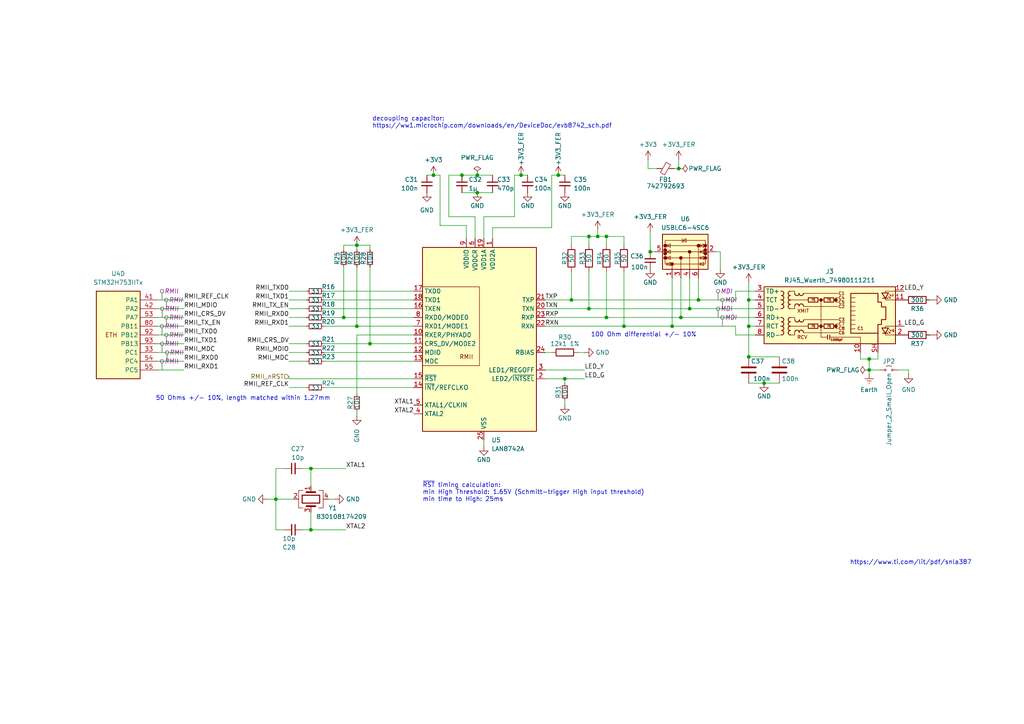
<source format=kicad_sch>
(kicad_sch
	(version 20250114)
	(generator "eeschema")
	(generator_version "9.0")
	(uuid "646f0ec7-69cc-4f42-8786-19ce68dbe63b")
	(paper "A4")
	
	(text "https://www.ti.com/lit/pdf/snla387"
		(exclude_from_sim no)
		(at 264.16 163.195 0)
		(effects
			(font
				(size 1.27 1.27)
			)
		)
		(uuid "07355253-d57a-4889-91b8-64d92046556e")
	)
	(text "~{RST} timing calculation:\nmin High Threshold: 1.65V (Schmitt-trigger High input threshold)\nmin time to High: 25ms"
		(exclude_from_sim no)
		(at 122.555 142.875 0)
		(effects
			(font
				(size 1.27 1.27)
			)
			(justify left)
		)
		(uuid "647e5c24-9002-4bcb-9253-b89a1429e58f")
	)
	(text "50 Ohms +/- 10%, length matched within 1.27mm"
		(exclude_from_sim no)
		(at 70.485 115.57 0)
		(effects
			(font
				(size 1.27 1.27)
			)
		)
		(uuid "87c95337-b4e4-4486-8203-c41b42b73555")
	)
	(text "decoupling capacitor:\nhttps://ww1.microchip.com/downloads/en/DeviceDoc/evb8742_sch.pdf"
		(exclude_from_sim no)
		(at 107.95 35.56 0)
		(effects
			(font
				(size 1.27 1.27)
			)
			(justify left)
		)
		(uuid "8daae0bb-64e3-4fc9-80ff-1c40c2265636")
	)
	(text "100 Ohm differential +/- 10%"
		(exclude_from_sim no)
		(at 186.69 97.155 0)
		(effects
			(font
				(size 1.27 1.27)
			)
		)
		(uuid "91dfeb50-624f-42c9-afcf-757a0abe0581")
	)
	(junction
		(at 196.85 48.895)
		(diameter 0)
		(color 0 0 0 0)
		(uuid "049ee6f0-edd9-4de9-9d41-d67b7d7371c4")
	)
	(junction
		(at 252.095 107.315)
		(diameter 0)
		(color 0 0 0 0)
		(uuid "0a4dc002-a1a1-4420-82d9-0f8650ef61be")
	)
	(junction
		(at 163.83 109.855)
		(diameter 0)
		(color 0 0 0 0)
		(uuid "1b0dfb70-1ae2-419b-8562-dfad3b9b2ec1")
	)
	(junction
		(at 103.505 94.615)
		(diameter 0)
		(color 0 0 0 0)
		(uuid "2035bcc3-7426-4bcb-8edc-fae5b3357d94")
	)
	(junction
		(at 151.13 50.8)
		(diameter 0)
		(color 0 0 0 0)
		(uuid "2647d42f-9872-4cd1-b370-3dd4abad0ecf")
	)
	(junction
		(at 202.565 86.995)
		(diameter 0)
		(color 0 0 0 0)
		(uuid "31b34c5c-feb7-4343-a199-c34c4443428d")
	)
	(junction
		(at 180.975 94.615)
		(diameter 0)
		(color 0 0 0 0)
		(uuid "365a1506-233c-4ff0-95cc-7f7a59db9742")
	)
	(junction
		(at 194.945 94.615)
		(diameter 0)
		(color 0 0 0 0)
		(uuid "4369633a-7c55-4b23-8849-c208281a6526")
	)
	(junction
		(at 165.735 86.995)
		(diameter 0)
		(color 0 0 0 0)
		(uuid "463d78f6-9a6e-4f37-93c6-b49793c12db1")
	)
	(junction
		(at 161.925 50.8)
		(diameter 0)
		(color 0 0 0 0)
		(uuid "4d300525-7eec-4176-997d-066554a55c5b")
	)
	(junction
		(at 221.615 111.125)
		(diameter 0)
		(color 0 0 0 0)
		(uuid "5f43df96-af99-4f70-af0c-81c21162083a")
	)
	(junction
		(at 217.17 86.995)
		(diameter 0)
		(color 0 0 0 0)
		(uuid "608c3ba2-14a8-4f9c-8522-bde368058f20")
	)
	(junction
		(at 80.01 144.78)
		(diameter 0)
		(color 0 0 0 0)
		(uuid "787f373f-9e88-4948-aee8-3d2848b59e9a")
	)
	(junction
		(at 175.895 92.075)
		(diameter 0)
		(color 0 0 0 0)
		(uuid "7fe16ac2-7ca3-4751-a581-5dcb8a6c92fd")
	)
	(junction
		(at 200.025 89.535)
		(diameter 0)
		(color 0 0 0 0)
		(uuid "9475dafa-ebc7-4881-a820-06306bb84810")
	)
	(junction
		(at 125.73 50.8)
		(diameter 0)
		(color 0 0 0 0)
		(uuid "96e1967a-2115-41a7-88e9-acfb9aa5adde")
	)
	(junction
		(at 217.17 103.505)
		(diameter 0)
		(color 0 0 0 0)
		(uuid "9beb3c46-0a2f-4454-ac89-62302ac3b4b6")
	)
	(junction
		(at 99.695 92.075)
		(diameter 0)
		(color 0 0 0 0)
		(uuid "a19ea777-a0c8-4300-8c9c-2eff811d80a8")
	)
	(junction
		(at 173.355 68.58)
		(diameter 0)
		(color 0 0 0 0)
		(uuid "aae18f9d-4e04-46ce-b266-d0e944fa6fe0")
	)
	(junction
		(at 103.505 71.12)
		(diameter 0)
		(color 0 0 0 0)
		(uuid "abafef1c-2e60-46e4-a8ae-5d7767c8353f")
	)
	(junction
		(at 90.17 135.89)
		(diameter 0)
		(color 0 0 0 0)
		(uuid "aebe97b2-90e8-4de5-ae36-1e13702e691f")
	)
	(junction
		(at 217.17 94.615)
		(diameter 0)
		(color 0 0 0 0)
		(uuid "b9cce664-a30d-45fa-9a00-8b22b82def88")
	)
	(junction
		(at 170.815 89.535)
		(diameter 0)
		(color 0 0 0 0)
		(uuid "c3700580-2003-4b1e-b1bb-6f518b3b860f")
	)
	(junction
		(at 107.315 99.695)
		(diameter 0)
		(color 0 0 0 0)
		(uuid "d39b6d90-3daf-408a-85ef-31f5d5d58189")
	)
	(junction
		(at 170.815 68.58)
		(diameter 0)
		(color 0 0 0 0)
		(uuid "dbd60596-381e-4027-a0e0-5a70fa2bfffb")
	)
	(junction
		(at 197.485 92.075)
		(diameter 0)
		(color 0 0 0 0)
		(uuid "e4de4d00-0894-47cf-b7f6-1c71ac9dd439")
	)
	(junction
		(at 175.895 68.58)
		(diameter 0)
		(color 0 0 0 0)
		(uuid "e67fad01-e732-47db-8c6b-05e5527967e6")
	)
	(junction
		(at 138.43 50.8)
		(diameter 0)
		(color 0 0 0 0)
		(uuid "eb5b30ac-37b3-4752-9ec5-cabbd714e075")
	)
	(junction
		(at 188.595 73.025)
		(diameter 0)
		(color 0 0 0 0)
		(uuid "f00bcc62-17d4-4f90-8f03-15fd4a6927a5")
	)
	(junction
		(at 90.17 153.67)
		(diameter 0)
		(color 0 0 0 0)
		(uuid "f671a679-fe35-4bcb-8fc5-8cfb555ede48")
	)
	(junction
		(at 138.43 55.88)
		(diameter 0)
		(color 0 0 0 0)
		(uuid "f7882165-b142-422f-b8b9-e7dd0618ad3f")
	)
	(junction
		(at 133.985 50.8)
		(diameter 0)
		(color 0 0 0 0)
		(uuid "f8fde5d8-42bd-473d-8f11-6dac1d9074ab")
	)
	(junction
		(at 252.095 104.14)
		(diameter 0)
		(color 0 0 0 0)
		(uuid "fe636ced-f702-4712-8005-0b89218216b5")
	)
	(wire
		(pts
			(xy 217.17 111.125) (xy 221.615 111.125)
		)
		(stroke
			(width 0)
			(type default)
		)
		(uuid "00144ff2-1693-4af6-869b-7e0a6c94bd1c")
	)
	(wire
		(pts
			(xy 160.02 50.8) (xy 160.02 66.04)
		)
		(stroke
			(width 0)
			(type default)
		)
		(uuid "01affafa-6033-4662-b39b-b9bf66857308")
	)
	(wire
		(pts
			(xy 80.01 144.78) (xy 77.47 144.78)
		)
		(stroke
			(width 0)
			(type default)
		)
		(uuid "01ba70ec-75c3-48c2-bdc1-3082c9c1ff85")
	)
	(wire
		(pts
			(xy 263.525 108.585) (xy 263.525 107.315)
		)
		(stroke
			(width 0)
			(type default)
		)
		(uuid "06da63f1-7d48-4675-bf23-6154b3e6b7ac")
	)
	(wire
		(pts
			(xy 170.815 68.58) (xy 173.355 68.58)
		)
		(stroke
			(width 0)
			(type default)
		)
		(uuid "08911034-c627-4506-90df-866254fed377")
	)
	(wire
		(pts
			(xy 188.595 73.025) (xy 189.865 73.025)
		)
		(stroke
			(width 0)
			(type default)
		)
		(uuid "0af78097-134e-4eab-8e4d-2b17537b0a86")
	)
	(wire
		(pts
			(xy 103.505 71.12) (xy 103.505 72.39)
		)
		(stroke
			(width 0)
			(type default)
		)
		(uuid "0d4f2b73-4153-4178-a506-1e102a676c5a")
	)
	(wire
		(pts
			(xy 173.355 68.58) (xy 175.895 68.58)
		)
		(stroke
			(width 0)
			(type default)
		)
		(uuid "0fccca0a-4dda-4e18-8f4f-5693216504e8")
	)
	(wire
		(pts
			(xy 170.815 78.74) (xy 170.815 89.535)
		)
		(stroke
			(width 0)
			(type default)
		)
		(uuid "15301487-0332-4c24-87d6-9ebe513c5aa8")
	)
	(wire
		(pts
			(xy 180.975 78.74) (xy 180.975 94.615)
		)
		(stroke
			(width 0)
			(type default)
		)
		(uuid "16d55de7-d73b-4de9-a28a-2ad1512f7552")
	)
	(wire
		(pts
			(xy 173.355 66.675) (xy 173.355 68.58)
		)
		(stroke
			(width 0)
			(type default)
		)
		(uuid "20e0de63-6e19-4287-9b59-e7006fd03ea4")
	)
	(wire
		(pts
			(xy 165.735 71.12) (xy 165.735 68.58)
		)
		(stroke
			(width 0)
			(type default)
		)
		(uuid "2125a24a-c2df-4b5f-9ce4-1ba7ca1ac7f3")
	)
	(wire
		(pts
			(xy 217.17 94.615) (xy 219.075 94.615)
		)
		(stroke
			(width 0)
			(type default)
		)
		(uuid "220e8c9f-eddd-4d41-b867-0777ab93f49f")
	)
	(wire
		(pts
			(xy 45.72 92.075) (xy 53.34 92.075)
		)
		(stroke
			(width 0)
			(type default)
		)
		(uuid "23d2efb4-7bcc-48a4-909b-bbd3d05a2745")
	)
	(wire
		(pts
			(xy 158.115 94.615) (xy 180.975 94.615)
		)
		(stroke
			(width 0)
			(type default)
		)
		(uuid "2654fbbe-d5a5-49a7-96c1-e5d3d9cbd202")
	)
	(wire
		(pts
			(xy 103.505 97.155) (xy 103.505 114.3)
		)
		(stroke
			(width 0)
			(type default)
		)
		(uuid "26b370ea-f94a-4cc7-8796-34563f511ab4")
	)
	(wire
		(pts
			(xy 83.82 92.075) (xy 88.9 92.075)
		)
		(stroke
			(width 0)
			(type default)
		)
		(uuid "28e1c6e0-596e-45fc-a2ae-dfd4218dcc2b")
	)
	(wire
		(pts
			(xy 93.98 89.535) (xy 120.015 89.535)
		)
		(stroke
			(width 0)
			(type default)
		)
		(uuid "2908b5f3-1eb4-488d-b97d-e1d760736771")
	)
	(wire
		(pts
			(xy 125.73 50.8) (xy 127.635 50.8)
		)
		(stroke
			(width 0)
			(type default)
		)
		(uuid "290a9c70-f7fb-4e52-9ec5-3c44da9fa8bb")
	)
	(wire
		(pts
			(xy 127.635 65.405) (xy 135.255 65.405)
		)
		(stroke
			(width 0)
			(type default)
		)
		(uuid "29531760-dd99-46ec-b090-373b73def878")
	)
	(wire
		(pts
			(xy 93.98 92.075) (xy 99.695 92.075)
		)
		(stroke
			(width 0)
			(type default)
		)
		(uuid "2b2480a8-a9e9-4d94-a36d-49898046089b")
	)
	(wire
		(pts
			(xy 45.72 104.775) (xy 53.34 104.775)
		)
		(stroke
			(width 0)
			(type default)
		)
		(uuid "2d1889fb-b78d-46bc-9b9f-a77d13ac50da")
	)
	(wire
		(pts
			(xy 149.225 62.865) (xy 140.335 62.865)
		)
		(stroke
			(width 0)
			(type default)
		)
		(uuid "2da8ee30-603c-4699-bd2a-d6150ecec628")
	)
	(wire
		(pts
			(xy 45.72 102.235) (xy 53.34 102.235)
		)
		(stroke
			(width 0)
			(type default)
		)
		(uuid "2fcd5923-5415-4aa0-b1b2-2572d5169ef0")
	)
	(wire
		(pts
			(xy 213.36 97.155) (xy 213.36 94.615)
		)
		(stroke
			(width 0)
			(type default)
		)
		(uuid "303ec749-b4df-4895-af78-935caf4ffa85")
	)
	(wire
		(pts
			(xy 249.555 102.235) (xy 249.555 104.14)
		)
		(stroke
			(width 0)
			(type default)
		)
		(uuid "339e1b2d-bb9b-420b-8721-d254f6400d5d")
	)
	(wire
		(pts
			(xy 83.82 102.235) (xy 88.9 102.235)
		)
		(stroke
			(width 0)
			(type default)
		)
		(uuid "34208d06-6624-45f4-8759-b98580b4cab6")
	)
	(wire
		(pts
			(xy 93.98 102.235) (xy 120.015 102.235)
		)
		(stroke
			(width 0)
			(type default)
		)
		(uuid "35e81548-5ac8-467a-a178-4c0ac688ccd6")
	)
	(wire
		(pts
			(xy 83.82 94.615) (xy 88.9 94.615)
		)
		(stroke
			(width 0)
			(type default)
		)
		(uuid "3a18ed65-3736-42ee-a19e-d4fe4e0db912")
	)
	(wire
		(pts
			(xy 130.175 50.8) (xy 130.175 62.865)
		)
		(stroke
			(width 0)
			(type default)
		)
		(uuid "429cc455-908c-4731-9f3e-59cdf1306dda")
	)
	(wire
		(pts
			(xy 83.82 89.535) (xy 88.9 89.535)
		)
		(stroke
			(width 0)
			(type default)
		)
		(uuid "436c1e9b-5847-48e1-8461-50d0c76d4f4d")
	)
	(wire
		(pts
			(xy 163.83 109.855) (xy 158.115 109.855)
		)
		(stroke
			(width 0)
			(type default)
		)
		(uuid "43dae1d9-5de7-4a35-8a77-507e554c0068")
	)
	(wire
		(pts
			(xy 187.96 48.895) (xy 190.5 48.895)
		)
		(stroke
			(width 0)
			(type default)
		)
		(uuid "48a5b44a-d3cd-4119-adc8-7a67986557fb")
	)
	(wire
		(pts
			(xy 165.735 86.995) (xy 202.565 86.995)
		)
		(stroke
			(width 0)
			(type default)
		)
		(uuid "49a09884-c4f9-4fb9-af64-7c5e38ae0089")
	)
	(wire
		(pts
			(xy 175.895 92.075) (xy 197.485 92.075)
		)
		(stroke
			(width 0)
			(type default)
		)
		(uuid "4b7f8fc0-827f-4f00-b156-8f616aaebcf6")
	)
	(wire
		(pts
			(xy 194.945 94.615) (xy 213.36 94.615)
		)
		(stroke
			(width 0)
			(type default)
		)
		(uuid "4b84dd7b-806f-4ed2-9d62-df9122e4e6e6")
	)
	(wire
		(pts
			(xy 107.315 77.47) (xy 107.315 99.695)
		)
		(stroke
			(width 0)
			(type default)
		)
		(uuid "4bc5c759-75f0-40ef-a141-a41cb1f491fc")
	)
	(wire
		(pts
			(xy 175.895 78.74) (xy 175.895 92.075)
		)
		(stroke
			(width 0)
			(type default)
		)
		(uuid "4d5374fe-a43a-4c9b-b414-195fc28fb9b7")
	)
	(wire
		(pts
			(xy 82.55 153.67) (xy 80.01 153.67)
		)
		(stroke
			(width 0)
			(type default)
		)
		(uuid "4e385c0d-88cc-48c9-a4b5-aefeda986768")
	)
	(wire
		(pts
			(xy 133.985 55.88) (xy 138.43 55.88)
		)
		(stroke
			(width 0)
			(type default)
		)
		(uuid "522a4a19-7f4a-411b-b5a1-ed8003c0efd3")
	)
	(wire
		(pts
			(xy 83.82 86.995) (xy 88.9 86.995)
		)
		(stroke
			(width 0)
			(type default)
		)
		(uuid "52bf19ae-217a-4d6e-9ab1-0d2ab2ccf89a")
	)
	(wire
		(pts
			(xy 270.51 86.995) (xy 269.875 86.995)
		)
		(stroke
			(width 0)
			(type default)
		)
		(uuid "55698565-bacc-4261-aa34-18d5c76ebd76")
	)
	(wire
		(pts
			(xy 83.82 84.455) (xy 88.9 84.455)
		)
		(stroke
			(width 0)
			(type default)
		)
		(uuid "5937e630-c0ef-452a-b08d-abca98131ba2")
	)
	(wire
		(pts
			(xy 45.72 89.535) (xy 53.34 89.535)
		)
		(stroke
			(width 0)
			(type default)
		)
		(uuid "5e24a51b-7d35-445e-a28a-0a7f428dde79")
	)
	(wire
		(pts
			(xy 95.25 144.78) (xy 97.155 144.78)
		)
		(stroke
			(width 0)
			(type default)
		)
		(uuid "61508d60-da4b-43b3-894f-9d6e19fa150a")
	)
	(wire
		(pts
			(xy 103.505 97.155) (xy 120.015 97.155)
		)
		(stroke
			(width 0)
			(type default)
		)
		(uuid "61b320ff-404a-46cc-a700-a316d6f91a6b")
	)
	(wire
		(pts
			(xy 187.96 46.355) (xy 187.96 48.895)
		)
		(stroke
			(width 0)
			(type default)
		)
		(uuid "61d58686-f4f3-4cd0-9e72-c6599e6e60e5")
	)
	(wire
		(pts
			(xy 202.565 80.645) (xy 202.565 86.995)
		)
		(stroke
			(width 0)
			(type default)
		)
		(uuid "62d3a61c-f94d-4ec5-ae3c-b6b037886d47")
	)
	(wire
		(pts
			(xy 163.83 109.855) (xy 163.83 111.125)
		)
		(stroke
			(width 0)
			(type default)
		)
		(uuid "674f085f-fb53-4729-8e44-4201119212aa")
	)
	(wire
		(pts
			(xy 130.175 50.8) (xy 133.985 50.8)
		)
		(stroke
			(width 0)
			(type default)
		)
		(uuid "68f2f386-eb02-421e-a7d1-2f8fbe6da36d")
	)
	(wire
		(pts
			(xy 213.36 84.455) (xy 219.075 84.455)
		)
		(stroke
			(width 0)
			(type default)
		)
		(uuid "6afcbffe-476b-4748-95fe-8ea452c242cd")
	)
	(wire
		(pts
			(xy 45.72 99.695) (xy 53.34 99.695)
		)
		(stroke
			(width 0)
			(type default)
		)
		(uuid "6b66700f-6440-4a98-9ea2-912876cb0c86")
	)
	(wire
		(pts
			(xy 252.095 107.315) (xy 255.27 107.315)
		)
		(stroke
			(width 0)
			(type default)
		)
		(uuid "6c6c5d66-4a78-43a2-ad9f-8471ed731a0b")
	)
	(wire
		(pts
			(xy 180.975 68.58) (xy 180.975 71.12)
		)
		(stroke
			(width 0)
			(type default)
		)
		(uuid "6c972cd1-4da0-4615-aed0-1b0e67e4768a")
	)
	(wire
		(pts
			(xy 219.075 86.995) (xy 217.17 86.995)
		)
		(stroke
			(width 0)
			(type default)
		)
		(uuid "6e785828-3fe3-4bff-b9a6-2ec11b609e3c")
	)
	(wire
		(pts
			(xy 93.98 104.775) (xy 120.015 104.775)
		)
		(stroke
			(width 0)
			(type default)
		)
		(uuid "70012f6e-429d-42e8-b068-535d4aff1b38")
	)
	(wire
		(pts
			(xy 217.17 103.505) (xy 226.06 103.505)
		)
		(stroke
			(width 0)
			(type default)
		)
		(uuid "78aba207-eb8b-48e5-be39-c7b69e8a494c")
	)
	(wire
		(pts
			(xy 270.51 97.155) (xy 269.875 97.155)
		)
		(stroke
			(width 0)
			(type default)
		)
		(uuid "7bcc2f40-53e0-4560-bac4-206255dca4e5")
	)
	(wire
		(pts
			(xy 99.695 92.075) (xy 120.015 92.075)
		)
		(stroke
			(width 0)
			(type default)
		)
		(uuid "7c2481da-70c0-4909-862e-16149359c609")
	)
	(wire
		(pts
			(xy 133.985 50.8) (xy 138.43 50.8)
		)
		(stroke
			(width 0)
			(type default)
		)
		(uuid "7c97ce75-94c9-4b10-8262-850d8bbb3df6")
	)
	(wire
		(pts
			(xy 90.17 135.89) (xy 90.17 140.97)
		)
		(stroke
			(width 0)
			(type default)
		)
		(uuid "7ea64745-433b-4445-8340-fe5232f8e914")
	)
	(wire
		(pts
			(xy 93.98 112.395) (xy 120.015 112.395)
		)
		(stroke
			(width 0)
			(type default)
		)
		(uuid "7fbc9325-e968-4f74-9b93-5bd8d08d7e5f")
	)
	(wire
		(pts
			(xy 103.505 71.12) (xy 107.315 71.12)
		)
		(stroke
			(width 0)
			(type default)
		)
		(uuid "800530cc-c4d2-4a7e-91f0-76d71f148cbd")
	)
	(wire
		(pts
			(xy 93.98 84.455) (xy 120.015 84.455)
		)
		(stroke
			(width 0)
			(type default)
		)
		(uuid "80a4a5ca-feda-453f-b37e-273cf993fdbe")
	)
	(wire
		(pts
			(xy 169.545 107.315) (xy 158.115 107.315)
		)
		(stroke
			(width 0)
			(type default)
		)
		(uuid "812ff3f7-f076-40b5-8856-3a597416b7eb")
	)
	(wire
		(pts
			(xy 208.915 78.105) (xy 208.915 73.025)
		)
		(stroke
			(width 0)
			(type default)
		)
		(uuid "83ea4a83-a30c-48bd-9175-53b0aa084a6a")
	)
	(wire
		(pts
			(xy 99.695 77.47) (xy 99.695 92.075)
		)
		(stroke
			(width 0)
			(type default)
		)
		(uuid "871fb53c-fd13-4b02-abc0-fe5e27b7b0a5")
	)
	(wire
		(pts
			(xy 158.115 89.535) (xy 170.815 89.535)
		)
		(stroke
			(width 0)
			(type default)
		)
		(uuid "8a403cb8-dfd3-4ae5-be0f-3761e62ab178")
	)
	(wire
		(pts
			(xy 83.82 99.695) (xy 88.9 99.695)
		)
		(stroke
			(width 0)
			(type default)
		)
		(uuid "8a5a1edd-b612-4278-ace6-d9a58e952d76")
	)
	(wire
		(pts
			(xy 103.505 94.615) (xy 120.015 94.615)
		)
		(stroke
			(width 0)
			(type default)
		)
		(uuid "8bc3e9a0-e3c7-4ab7-81fe-5f240abc8e28")
	)
	(wire
		(pts
			(xy 208.915 73.025) (xy 207.645 73.025)
		)
		(stroke
			(width 0)
			(type default)
		)
		(uuid "8c28dfd6-f055-4f0f-bfd7-60187e203c7b")
	)
	(wire
		(pts
			(xy 169.545 109.855) (xy 163.83 109.855)
		)
		(stroke
			(width 0)
			(type default)
		)
		(uuid "8ded6cc0-737a-4c89-89a1-f1139eb4cc8e")
	)
	(wire
		(pts
			(xy 83.82 104.775) (xy 88.9 104.775)
		)
		(stroke
			(width 0)
			(type default)
		)
		(uuid "8e0b8178-31de-48d9-b9c1-9458379f8036")
	)
	(wire
		(pts
			(xy 197.485 80.645) (xy 197.485 92.075)
		)
		(stroke
			(width 0)
			(type default)
		)
		(uuid "8e687512-2e02-42e9-aa27-bf833b5e8bdc")
	)
	(wire
		(pts
			(xy 165.735 78.74) (xy 165.735 86.995)
		)
		(stroke
			(width 0)
			(type default)
		)
		(uuid "91da2b26-22a0-4542-b2ee-931d057c3727")
	)
	(wire
		(pts
			(xy 90.17 153.67) (xy 87.63 153.67)
		)
		(stroke
			(width 0)
			(type default)
		)
		(uuid "92bf7c38-400d-49d1-ad9d-4d9a6ce02c7c")
	)
	(wire
		(pts
			(xy 217.17 81.915) (xy 217.17 86.995)
		)
		(stroke
			(width 0)
			(type default)
		)
		(uuid "94478a99-c3c4-4e4c-a495-d24168655c5f")
	)
	(wire
		(pts
			(xy 127.635 50.8) (xy 127.635 65.405)
		)
		(stroke
			(width 0)
			(type default)
		)
		(uuid "94a1c5ba-7c20-4a13-9b87-f0fa0e9f28df")
	)
	(wire
		(pts
			(xy 254.635 102.235) (xy 254.635 104.14)
		)
		(stroke
			(width 0)
			(type default)
		)
		(uuid "952da97a-927e-4ca1-baaf-7ff4a88abfb2")
	)
	(wire
		(pts
			(xy 200.025 80.645) (xy 200.025 89.535)
		)
		(stroke
			(width 0)
			(type default)
		)
		(uuid "9548ff77-0a4c-4549-9c8e-d0fd9f1e6a40")
	)
	(wire
		(pts
			(xy 252.095 104.14) (xy 254.635 104.14)
		)
		(stroke
			(width 0)
			(type default)
		)
		(uuid "97f110a7-551f-4025-aabc-dea7c2b7dcd7")
	)
	(wire
		(pts
			(xy 249.555 104.14) (xy 252.095 104.14)
		)
		(stroke
			(width 0)
			(type default)
		)
		(uuid "984cd56c-c49f-48f8-aa4b-f552714fdc23")
	)
	(wire
		(pts
			(xy 45.72 107.315) (xy 53.34 107.315)
		)
		(stroke
			(width 0)
			(type default)
		)
		(uuid "9885e643-76f4-43fa-bcbf-55ff7c90248a")
	)
	(wire
		(pts
			(xy 80.01 135.89) (xy 82.55 135.89)
		)
		(stroke
			(width 0)
			(type default)
		)
		(uuid "9b556e72-6b69-440e-8dd6-395eced69758")
	)
	(wire
		(pts
			(xy 260.35 107.315) (xy 263.525 107.315)
		)
		(stroke
			(width 0)
			(type default)
		)
		(uuid "9cf1c10b-b647-46e8-a76f-84bc75175116")
	)
	(wire
		(pts
			(xy 200.025 89.535) (xy 219.075 89.535)
		)
		(stroke
			(width 0)
			(type default)
		)
		(uuid "9d3da8a4-f830-4814-ae63-5a93f6e6f974")
	)
	(wire
		(pts
			(xy 83.82 112.395) (xy 88.9 112.395)
		)
		(stroke
			(width 0)
			(type default)
		)
		(uuid "9d47613c-b2e9-47d4-b847-783c0eecfe36")
	)
	(wire
		(pts
			(xy 80.01 144.78) (xy 85.09 144.78)
		)
		(stroke
			(width 0)
			(type default)
		)
		(uuid "9e328c0b-b8d0-44c3-9502-a376eb60c70f")
	)
	(wire
		(pts
			(xy 195.58 48.895) (xy 196.85 48.895)
		)
		(stroke
			(width 0)
			(type default)
		)
		(uuid "9f77652f-e7f9-4d2e-9fd8-b7fed4b023d7")
	)
	(wire
		(pts
			(xy 45.72 97.155) (xy 53.34 97.155)
		)
		(stroke
			(width 0)
			(type default)
		)
		(uuid "a15bffc4-03ec-4494-b211-30b28e55de7c")
	)
	(wire
		(pts
			(xy 161.925 50.8) (xy 163.83 50.8)
		)
		(stroke
			(width 0)
			(type default)
		)
		(uuid "a1b019fd-8deb-484b-9046-8f51a332eb08")
	)
	(wire
		(pts
			(xy 100.33 135.89) (xy 90.17 135.89)
		)
		(stroke
			(width 0)
			(type default)
		)
		(uuid "a3ac8f3e-6ccb-4afa-b5be-fc8a54d1b5c3")
	)
	(wire
		(pts
			(xy 160.02 50.8) (xy 161.925 50.8)
		)
		(stroke
			(width 0)
			(type default)
		)
		(uuid "a6e42b82-5250-4794-aa1b-6a9d3cc2a740")
	)
	(wire
		(pts
			(xy 83.82 109.855) (xy 120.015 109.855)
		)
		(stroke
			(width 0)
			(type default)
		)
		(uuid "a7600a51-bba3-4568-95e4-a911a671451b")
	)
	(wire
		(pts
			(xy 93.98 86.995) (xy 120.015 86.995)
		)
		(stroke
			(width 0)
			(type default)
		)
		(uuid "a7868e83-bfe3-479d-bf66-bb3b1a2e03db")
	)
	(wire
		(pts
			(xy 153.035 50.8) (xy 151.13 50.8)
		)
		(stroke
			(width 0)
			(type default)
		)
		(uuid "a78d45b3-6f4b-40c8-b675-b373cdf2db95")
	)
	(wire
		(pts
			(xy 80.01 144.78) (xy 80.01 135.89)
		)
		(stroke
			(width 0)
			(type default)
		)
		(uuid "a80f71b5-806b-448e-8d71-c0fa43b87a80")
	)
	(wire
		(pts
			(xy 160.02 66.04) (xy 142.875 66.04)
		)
		(stroke
			(width 0)
			(type default)
		)
		(uuid "aca29c85-595d-4868-bff2-7837dc83bbb1")
	)
	(wire
		(pts
			(xy 175.895 68.58) (xy 175.895 71.12)
		)
		(stroke
			(width 0)
			(type default)
		)
		(uuid "acfd7b76-16dc-49f2-a48a-5c7cd1ce04e7")
	)
	(wire
		(pts
			(xy 45.72 86.995) (xy 53.34 86.995)
		)
		(stroke
			(width 0)
			(type default)
		)
		(uuid "ad8abd60-dcfd-4719-84a8-2aa3bb4d78e2")
	)
	(wire
		(pts
			(xy 100.33 153.67) (xy 90.17 153.67)
		)
		(stroke
			(width 0)
			(type default)
		)
		(uuid "adc8bd2c-37d6-4047-8788-f3094fbc5d11")
	)
	(wire
		(pts
			(xy 103.505 77.47) (xy 103.505 94.615)
		)
		(stroke
			(width 0)
			(type default)
		)
		(uuid "b147d74c-0249-49e5-ba86-6d63126ec931")
	)
	(wire
		(pts
			(xy 140.335 127.635) (xy 140.335 129.54)
		)
		(stroke
			(width 0)
			(type default)
		)
		(uuid "b15c7db4-bbd8-467f-ada9-e6ccec227f53")
	)
	(wire
		(pts
			(xy 217.17 94.615) (xy 217.17 103.505)
		)
		(stroke
			(width 0)
			(type default)
		)
		(uuid "b3b6295f-3bd7-4cb7-8d2f-5eb061c3ec6f")
	)
	(wire
		(pts
			(xy 196.85 46.355) (xy 196.85 48.895)
		)
		(stroke
			(width 0)
			(type default)
		)
		(uuid "b3eb0eee-b544-43cc-ac14-ef786a2e8e70")
	)
	(wire
		(pts
			(xy 123.825 50.8) (xy 125.73 50.8)
		)
		(stroke
			(width 0)
			(type default)
		)
		(uuid "b52cdca1-6194-43f7-a3da-9f51f82530cf")
	)
	(wire
		(pts
			(xy 45.72 94.615) (xy 53.34 94.615)
		)
		(stroke
			(width 0)
			(type default)
		)
		(uuid "b659373f-abac-4095-91b7-3cd134be45d6")
	)
	(wire
		(pts
			(xy 135.255 65.405) (xy 135.255 69.215)
		)
		(stroke
			(width 0)
			(type default)
		)
		(uuid "b9e03fb6-2f0c-4279-b9d4-c71f9ecc5acc")
	)
	(wire
		(pts
			(xy 197.485 92.075) (xy 219.075 92.075)
		)
		(stroke
			(width 0)
			(type default)
		)
		(uuid "bba6544d-7714-4872-8583-92941f4db7f0")
	)
	(wire
		(pts
			(xy 221.615 111.125) (xy 226.06 111.125)
		)
		(stroke
			(width 0)
			(type default)
		)
		(uuid "bbbb2aa4-d452-4a66-bb98-5d058a59c6cb")
	)
	(wire
		(pts
			(xy 170.815 89.535) (xy 200.025 89.535)
		)
		(stroke
			(width 0)
			(type default)
		)
		(uuid "bd0553eb-77a6-4647-a4c3-297b942873da")
	)
	(wire
		(pts
			(xy 99.695 71.12) (xy 103.505 71.12)
		)
		(stroke
			(width 0)
			(type default)
		)
		(uuid "be79e75b-7ed4-4d49-a22c-57af6699a84b")
	)
	(wire
		(pts
			(xy 158.115 92.075) (xy 175.895 92.075)
		)
		(stroke
			(width 0)
			(type default)
		)
		(uuid "bea9ac0c-383b-43e8-bd7a-ed1b0184cb56")
	)
	(wire
		(pts
			(xy 163.83 116.205) (xy 163.83 117.475)
		)
		(stroke
			(width 0)
			(type default)
		)
		(uuid "bf9515c4-18eb-4e02-b1ea-e1efa3d812c6")
	)
	(wire
		(pts
			(xy 252.095 104.14) (xy 252.095 107.315)
		)
		(stroke
			(width 0)
			(type default)
		)
		(uuid "c00f1a19-9a24-4f94-a353-f0a3934af9f0")
	)
	(wire
		(pts
			(xy 194.945 80.645) (xy 194.945 94.615)
		)
		(stroke
			(width 0)
			(type default)
		)
		(uuid "c296004b-d4fc-4e63-abd8-d81f9db587bc")
	)
	(wire
		(pts
			(xy 160.02 102.235) (xy 158.115 102.235)
		)
		(stroke
			(width 0)
			(type default)
		)
		(uuid "c2a5f62a-48ec-4025-9c16-f41f634127df")
	)
	(wire
		(pts
			(xy 93.98 94.615) (xy 103.505 94.615)
		)
		(stroke
			(width 0)
			(type default)
		)
		(uuid "c4f9098d-65a2-45fb-a988-1643465e1e0a")
	)
	(wire
		(pts
			(xy 107.315 99.695) (xy 120.015 99.695)
		)
		(stroke
			(width 0)
			(type default)
		)
		(uuid "c50b4b23-93b6-4403-895a-1d659fd37072")
	)
	(wire
		(pts
			(xy 151.13 50.8) (xy 149.225 50.8)
		)
		(stroke
			(width 0)
			(type default)
		)
		(uuid "c53fef38-6ac5-421b-a1b6-5eebd9c4aea7")
	)
	(wire
		(pts
			(xy 99.695 72.39) (xy 99.695 71.12)
		)
		(stroke
			(width 0)
			(type default)
		)
		(uuid "c9abb0ee-9525-464f-8566-fa1f334bf4be")
	)
	(wire
		(pts
			(xy 165.735 86.995) (xy 158.115 86.995)
		)
		(stroke
			(width 0)
			(type default)
		)
		(uuid "cc6e4fa6-f53d-490b-8743-526a9100e71d")
	)
	(wire
		(pts
			(xy 188.595 67.31) (xy 188.595 73.025)
		)
		(stroke
			(width 0)
			(type default)
		)
		(uuid "cd10e510-1d6c-49af-97e6-ac8446a06643")
	)
	(wire
		(pts
			(xy 213.36 97.155) (xy 219.075 97.155)
		)
		(stroke
			(width 0)
			(type default)
		)
		(uuid "cdf3343a-e54a-48d4-a6b3-953fb3fa9220")
	)
	(wire
		(pts
			(xy 252.095 107.315) (xy 252.095 108.585)
		)
		(stroke
			(width 0)
			(type default)
		)
		(uuid "d0c6e02d-e1dd-4228-9250-0c868f09525e")
	)
	(wire
		(pts
			(xy 165.735 68.58) (xy 170.815 68.58)
		)
		(stroke
			(width 0)
			(type default)
		)
		(uuid "d1826d52-0eba-4306-9409-8f71d86591ce")
	)
	(wire
		(pts
			(xy 103.505 119.38) (xy 103.505 120.65)
		)
		(stroke
			(width 0)
			(type default)
		)
		(uuid "d32a798a-2e1b-4535-8805-d7e5ea0eaae2")
	)
	(wire
		(pts
			(xy 137.795 62.865) (xy 137.795 69.215)
		)
		(stroke
			(width 0)
			(type default)
		)
		(uuid "d7719353-f0ae-4b86-8de9-287fbe617e2c")
	)
	(wire
		(pts
			(xy 80.01 153.67) (xy 80.01 144.78)
		)
		(stroke
			(width 0)
			(type default)
		)
		(uuid "d99d427d-7613-4dc3-975f-e7800535aed9")
	)
	(wire
		(pts
			(xy 130.175 62.865) (xy 137.795 62.865)
		)
		(stroke
			(width 0)
			(type default)
		)
		(uuid "db4fcfd2-aede-4844-ac04-0715279789dd")
	)
	(wire
		(pts
			(xy 217.17 86.995) (xy 217.17 94.615)
		)
		(stroke
			(width 0)
			(type default)
		)
		(uuid "dd18eb2c-730b-4e31-ae7a-f77b42140eed")
	)
	(wire
		(pts
			(xy 180.975 94.615) (xy 194.945 94.615)
		)
		(stroke
			(width 0)
			(type default)
		)
		(uuid "e155ea79-d884-4589-86ae-8bf43c64a009")
	)
	(wire
		(pts
			(xy 170.815 68.58) (xy 170.815 71.12)
		)
		(stroke
			(width 0)
			(type default)
		)
		(uuid "e50b5493-8d01-4a3e-887c-511eeba7286c")
	)
	(wire
		(pts
			(xy 107.315 71.12) (xy 107.315 72.39)
		)
		(stroke
			(width 0)
			(type default)
		)
		(uuid "e5eb505e-e779-4399-a8f9-e3921bbc7710")
	)
	(wire
		(pts
			(xy 149.225 50.8) (xy 149.225 62.865)
		)
		(stroke
			(width 0)
			(type default)
		)
		(uuid "e7abd211-a126-4e86-8ac4-cd6f7b1d8db2")
	)
	(wire
		(pts
			(xy 83.82 109.22) (xy 83.82 109.855)
		)
		(stroke
			(width 0)
			(type default)
		)
		(uuid "e82de660-4928-479d-a481-d1a1b6f4eb9b")
	)
	(wire
		(pts
			(xy 175.895 68.58) (xy 180.975 68.58)
		)
		(stroke
			(width 0)
			(type default)
		)
		(uuid "e9739e40-1808-4fcf-b512-cf42ab4a7959")
	)
	(wire
		(pts
			(xy 87.63 135.89) (xy 90.17 135.89)
		)
		(stroke
			(width 0)
			(type default)
		)
		(uuid "ec87a965-a33e-4bb4-8d61-2d5e11d06920")
	)
	(wire
		(pts
			(xy 169.545 102.235) (xy 167.64 102.235)
		)
		(stroke
			(width 0)
			(type default)
		)
		(uuid "ee017901-6604-4033-9edb-84ee8341180e")
	)
	(wire
		(pts
			(xy 142.875 66.04) (xy 142.875 69.215)
		)
		(stroke
			(width 0)
			(type default)
		)
		(uuid "ef6e78f6-c7ec-4702-9f2f-afc339511181")
	)
	(wire
		(pts
			(xy 213.36 84.455) (xy 213.36 86.995)
		)
		(stroke
			(width 0)
			(type default)
		)
		(uuid "f046ebd9-0e75-4b81-b0e1-a29ab86d327a")
	)
	(wire
		(pts
			(xy 90.17 148.59) (xy 90.17 153.67)
		)
		(stroke
			(width 0)
			(type default)
		)
		(uuid "f0ad7163-6cf0-4dc0-8878-cd318ce0e966")
	)
	(wire
		(pts
			(xy 138.43 50.8) (xy 142.875 50.8)
		)
		(stroke
			(width 0)
			(type default)
		)
		(uuid "f23d3adc-604b-4fd1-8d73-2802a9086ee8")
	)
	(wire
		(pts
			(xy 93.98 99.695) (xy 107.315 99.695)
		)
		(stroke
			(width 0)
			(type default)
		)
		(uuid "f356096d-2687-4997-8b33-afe93c339623")
	)
	(wire
		(pts
			(xy 138.43 55.88) (xy 142.875 55.88)
		)
		(stroke
			(width 0)
			(type default)
		)
		(uuid "fd0b2736-439e-4d04-8d91-08fda19dd721")
	)
	(wire
		(pts
			(xy 202.565 86.995) (xy 213.36 86.995)
		)
		(stroke
			(width 0)
			(type default)
		)
		(uuid "fd79d2dc-88de-46de-80ed-e7c3404d6f02")
	)
	(wire
		(pts
			(xy 140.335 62.865) (xy 140.335 69.215)
		)
		(stroke
			(width 0)
			(type default)
		)
		(uuid "fd9413b9-7e53-4c78-b960-1364993f86fe")
	)
	(label "RMII_REF_CLK"
		(at 83.82 112.395 180)
		(effects
			(font
				(size 1.27 1.27)
			)
			(justify right bottom)
		)
		(uuid "26607b01-67c9-4133-821a-3356345fb417")
	)
	(label "RMII_TX_EN"
		(at 83.82 89.535 180)
		(effects
			(font
				(size 1.27 1.27)
			)
			(justify right bottom)
		)
		(uuid "29c18692-8289-4c7f-8256-bce50a093eab")
	)
	(label "RXN"
		(at 158.115 94.615 0)
		(effects
			(font
				(size 1.27 1.27)
			)
			(justify left bottom)
		)
		(uuid "35720338-fa14-40b1-9fd7-6f00f8ea5477")
	)
	(label "LED_Y"
		(at 169.545 107.315 0)
		(effects
			(font
				(size 1.27 1.27)
			)
			(justify left bottom)
		)
		(uuid "3c4d43cd-5185-4af6-a0ca-371a8baf3403")
	)
	(label "XTAL2"
		(at 120.015 120.015 180)
		(effects
			(font
				(size 1.27 1.27)
			)
			(justify right bottom)
		)
		(uuid "46df73cb-ee33-42a6-903d-3ad9319d678f")
	)
	(label "XTAL2"
		(at 100.33 153.6
... [101153 chars truncated]
</source>
